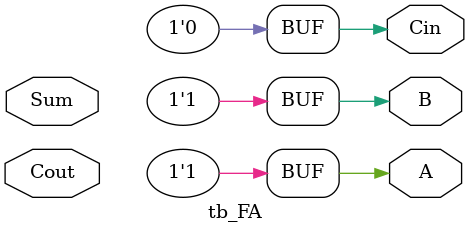
<source format=v>
module tb_FA (Cout, Sum, A, B, Cin);

	input Cout, Sum;
	output A, B, Cin;
	
	reg A, B, Cin;

	initial begin
	#5 A=0; B=0; Cin=1;
	#5 A=1; B=1; Cin=1;
	#15 A=1; B=0; Cin=1;
	#20 A=1; B=1; Cin=0;
	end
	
	initial
	$monitor ("%d, A=%b, B=%b, Cin=%b, Sum=%b, Cout=%b", $time, A, B, Cin, Sum, Cout);
	
endmodule
</source>
